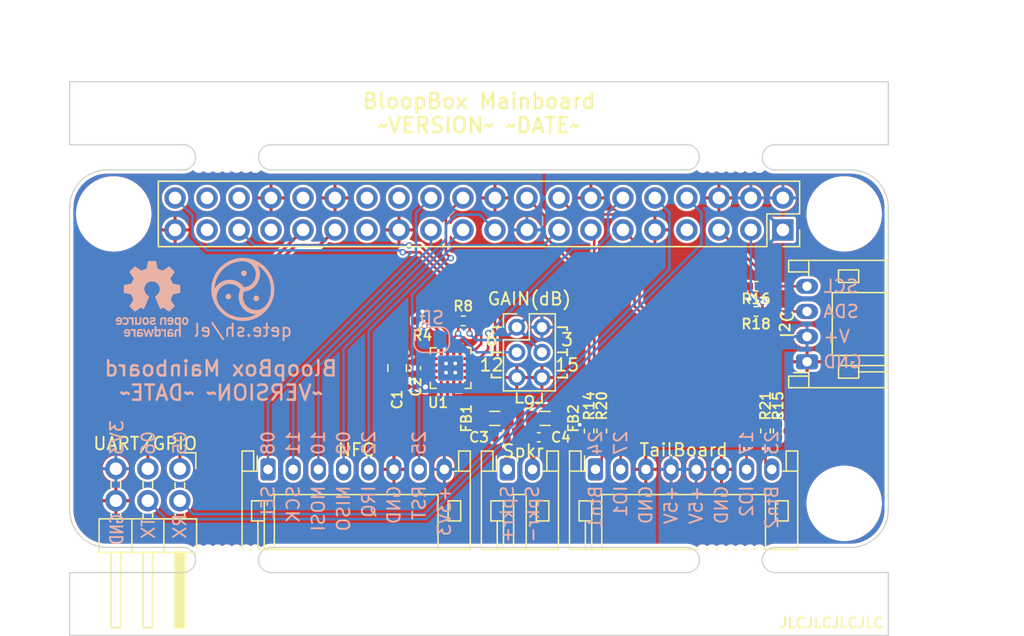
<source format=kicad_pcb>
(kicad_pcb (version 20240108) (generator "pcbnew") (generator_version "8.0")
  (title_block (title "BloopBox Mainboard") (date "${DATE}") (rev "${VERSION}") (company "Qetesh"))
  (layers (0 "F.Cu" signal) (31 "B.Cu" signal) (34 "B.Paste" user) (35 "F.Paste" user) (36 "B.SilkS" user "B.Silkscreen") (37 "F.SilkS" user "F.Silkscreen") (38 "B.Mask" user) (39 "F.Mask" user) (44 "Edge.Cuts" user))
  (property "DATE" "~DATE~")
  (property "VERSION" "~VERSION~")
  (net 0 "")
  (net 1 "/OUTP")
  (net 2 "/OUTN")
  (net 3 "+5V")
  (net 4 "+3V3")
  (net 6 "/TX")
  (net 7 "/RX")
  (net 8 "/Tail_IO1")
  (net 9 "/AMP_BCLK")
  (net 10 "/Tail_IO2")
  (net 11 "/Button1")
  (net 12 "/Button2")
  (net 17 "/AMP_LRCLK")
  (net 21 "/AMP_DIN")
  (net 22 "/SPKR-")
  (net 23 "/SPKR+")
  (net 24 "/GAIN")
  (net 25 "/SD_MODE")
  (net 26 "/SDA")
  (net 27 "/SCL")
  (net 28 "/Tail1")
  (net 29 "/GAINr")
  (net 30 "/Tail8")
  (net 35 "GND")
  (net 36 "/GPIO5")
  (net 37 "/GPIO6")
  (net 39 "/NFC_Select")
  (net 40 "/NFC_SCK")
  (net 41 "/NFC_RST")
  (net 42 "/NFC_MISO")
  (net 43 "/NFC_MOSI")
  (net 44 "/NFC_IRQ")
  (footprint "Connector_JST:JST_PH_S2B-PH-K_1x02_P2.00mm_Horizontal" (layer "F.Cu") (at 152.25 70.3)
    (property "Reference" "J2" (hide yes))
    (property "Value" "SPKR")
    (pad "1" thru_hole roundrect (at 0 0) (size 1.2 1.75) (drill 0.75) (layers "*.Cu" "*.Mask") (roundrect_rratio 0.208333) (net 23 "/SPKR+"))
    (pad "2" thru_hole oval (at 2 0) (size 1.2 1.75) (drill 0.75) (layers "*.Cu" "*.Mask") (net 22 "/SPKR-"))
  )
  (footprint "Panelization:mouse-bite-2x5mm-slot-onesided" (layer "F.Cu") (at 130 77.5)
    (property "Reference" "mouse-bite-2mm-slot" (hide yes))
    (property "Value" "VAL**" (hide yes))
    (fp_arc (start -3.5 -1) (mid -2.5 0) (end -3.5 1) (stroke (width 0.1)) (layer "Edge.Cuts"))
    (fp_arc (start 3.5 1) (mid 2.5 0) (end 3.5 -1) (stroke (width 0.1)) (layer "Edge.Cuts"))
    (pad "" np_thru_hole circle (at -2.25 -0.75) (size 0.5 0.5) (drill 0.5) (layers "*.Cu" "*.Mask"))
    (pad "" np_thru_hole circle (at -1.5 -0.75) (size 0.5 0.5) (drill 0.5) (layers "*.Cu" "*.Mask"))
    (pad "" np_thru_hole circle (at -0.75 -0.75) (size 0.5 0.5) (drill 0.5) (layers "*.Cu" "*.Mask"))
    (pad "" np_thru_hole circle (at 0 -0.75) (size 0.5 0.5) (drill 0.5) (layers "*.Cu" "*.Mask"))
    (pad "" np_thru_hole circle (at 0.75 -0.75) (size 0.5 0.5) (drill 0.5) (layers "*.Cu" "*.Mask"))
    (pad "" np_thru_hole circle (at 1.5 -0.75) (size 0.5 0.5) (drill 0.5) (layers "*.Cu" "*.Mask"))
    (pad "" np_thru_hole circle (at 2.25 -0.75) (size 0.5 0.5) (drill 0.5) (layers "*.Cu" "*.Mask"))
  )
  (footprint "Capacitor_SMD:C_0402_1005Metric" (layer "F.Cu") (at 145 62.25 90)
    (property "Reference" "C2" (at -1.5 0 90) (layer "F.SilkS") (effects (font (size 0.8 0.8))))
    (property "Value" "100nF")
    (pad "1" smd roundrect (at -0.48 0 90) (size 0.56 0.62) (layers "F.Cu" "F.Paste" "F.Mask") (net 3 "+5V"))
    (pad "2" smd roundrect (at 0.48 0 90) (size 0.56 0.62) (layers "F.Cu" "F.Paste" "F.Mask") (net 35 "GND"))
  )
  (footprint "Resistor_SMD:R_0402_1005Metric" (layer "F.Cu") (at 145.5 58.5 180)
    (property "Reference" "R4" (at 0 -1.17 180) (layer "F.SilkS") (effects (font (size 0.8 0.8))))
    (property "Value" "1M")
    (pad "1" smd roundrect (at -0.51 0 180) (size 0.54 0.64) (layers "F.Cu" "F.Paste" "F.Mask") (net 25 "/SD_MODE"))
    (pad "2" smd roundrect (at 0.51 0 180) (size 0.54 0.64) (layers "F.Cu" "F.Paste" "F.Mask") (net 3 "+5V"))
  )
  (footprint "Resistor_SMD:R_0402_1005Metric" (layer "F.Cu") (at 172.75 67.25 -90)
    (property "Reference" "R21" (at -2 0 90) (layer "F.SilkS") (effects (font (size 0.8 0.8))))
    (property "Value" "1k")
    (pad "1" smd roundrect (at -0.51 0 270) (size 0.54 0.64) (layers "F.Cu" "F.Paste" "F.Mask") (net 12 "/Button2"))
    (pad "2" smd roundrect (at 0.51 0 270) (size 0.54 0.64) (layers "F.Cu" "F.Paste" "F.Mask") (net 30 "/Tail8"))
  )
  (footprint "Panelization:mouse-bite-2x5mm-slot-onesided" (layer "F.Cu") (at 130 45.5 180)
    (property "Reference" "mouse-bite-2mm-slot" (hide yes))
    (property "Value" "VAL**" (hide yes))
    (fp_arc (start 3.5 1) (mid 2.5 0) (end 3.5 -1) (stroke (width 0.1)) (layer "Edge.Cuts"))
    (fp_arc (start -3.5 -1) (mid -2.5 0) (end -3.5 1) (stroke (width 0.1)) (layer "Edge.Cuts"))
    (pad "" np_thru_hole circle (at -2.25 -0.75 180) (size 0.5 0.5) (drill 0.5) (layers "*.Cu" "*.Mask"))
    (pad "" np_thru_hole circle (at -1.5 -0.75 180) (size 0.5 0.5) (drill 0.5) (layers "*.Cu" "*.Mask"))
    (pad "" np_thru_hole circle (at -0.75 -0.75 180) (size 0.5 0.5) (drill 0.5) (layers "*.Cu" "*.Mask"))
    (pad "" np_thru_hole circle (at 0 -0.75 180) (size 0.5 0.5) (drill 0.5) (layers "*.Cu" "*.Mask"))
    (pad "" np_thru_hole circle (at 0.75 -0.75 180) (size 0.5 0.5) (drill 0.5) (layers "*.Cu" "*.Mask"))
    (pad "" np_thru_hole circle (at 1.5 -0.75 180) (size 0.5 0.5) (drill 0.5) (layers "*.Cu" "*.Mask"))
    (pad "" np_thru_hole circle (at 2.25 -0.75 180) (size 0.5 0.5) (drill 0.5) (layers "*.Cu" "*.Mask"))
  )
  (footprint "Capacitor_SMD:C_0402_1005Metric" (layer "F.Cu") (at 154.75 67.75)
    (property "Reference" "C4" (at 1.75 0 0) (layer "F.SilkS") (effects (font (size 0.8 0.8))))
    (property "Value" "220p")
    (pad "1" smd roundrect (at -0.48 0) (size 0.56 0.62) (layers "F.Cu" "F.Paste" "F.Mask") (net 22 "/SPKR-"))
    (pad "2" smd roundrect (at 0.48 0) (size 0.56 0.62) (layers "F.Cu" "F.Paste" "F.Mask") (net 35 "GND"))
  )
  (footprint "Resistor_SMD:R_0402_1005Metric" (layer "F.Cu") (at 172 57.75 180)
    (property "Reference" "R18" (at 0 -1 0) (layer "F.SilkS") (effects (font (size 0.8 0.8))))
    (property "Value" "4k7")
    (pad "1" smd roundrect (at -0.51 0 180) (size 0.54 0.64) (layers "F.Cu" "F.Paste" "F.Mask") (net 26 "/SDA"))
    (pad "2" smd roundrect (at 0.51 0 180) (size 0.54 0.64) (layers "F.Cu" "F.Paste" "F.Mask") (net 4 "+3V3"))
  )
  (footprint "Capacitor_SMD:C_0402_1005Metric" (layer "F.Cu") (at 151.75 67.75 180)
    (property "Reference" "C3" (at 1.75 0 0) (layer "F.SilkS") (effects (font (size 0.8 0.8))))
    (property "Value" "220p")
    (pad "1" smd roundrect (at -0.48 0 180) (size 0.56 0.62) (layers "F.Cu" "F.Paste" "F.Mask") (net 23 "/SPKR+"))
    (pad "2" smd roundrect (at 0.48 0 180) (size 0.56 0.62) (layers "F.Cu" "F.Paste" "F.Mask") (net 35 "GND"))
  )
  (footprint "Connector_JST:JST_PH_S4B-PH-K_1x04_P2.00mm_Horizontal" (layer "F.Cu") (at 176.05 61.75 90)
    (property "Reference" "J4" (hide yes))
    (property "Value" "I2C")
    (pad "1" thru_hole roundrect (at 0 0 90) (size 1.2 1.75) (drill 0.75) (layers "*.Cu" "*.Mask") (roundrect_rratio 0.208333) (net 35 "GND"))
    (pad "2" thru_hole oval (at 2 0 90) (size 1.2 1.75) (drill 0.75) (layers "*.Cu" "*.Mask") (net 4 "+3V3"))
    (pad "3" thru_hole oval (at 4 0 90) (size 1.2 1.75) (drill 0.75) (layers "*.Cu" "*.Mask") (net 26 "/SDA"))
    (pad "4" thru_hole oval (at 6 0 90) (size 1.2 1.75) (drill 0.75) (layers "*.Cu" "*.Mask") (net 27 "/SCL"))
  )
  (footprint "Connector_PinHeader_2.54mm:PinHeader_2x03_P2.54mm_Horizontal" (layer "F.Cu") (at 126.25 70.25 -90)
    (property "Reference" "J6" (hide yes))
    (property "Value" "GPIO")
    (pad "1" thru_hole circle (at 0 0 270) (size 1.7 1.7) (drill 1) (layers "*.Cu" "*.Mask") (net 36 "/GPIO5"))
    (pad "2" thru_hole oval (at 2.54 0 270) (size 1.7 1.7) (drill 1) (layers "*.Cu" "*.Mask") (net 7 "/RX"))
    (pad "3" thru_hole oval (at 0 2.54 270) (size 1.7 1.7) (drill 1) (layers "*.Cu" "*.Mask") (net 37 "/GPIO6"))
    (pad "4" thru_hole oval (at 2.54 2.54 270) (size 1.7 1.7) (drill 1) (layers "*.Cu" "*.Mask") (net 6 "/TX"))
    (pad "5" thru_hole oval (at 0 5.08 270) (size 1.7 1.7) (drill 1) (layers "*.Cu" "*.Mask") (net 4 "+3V3"))
    (pad "6" thru_hole oval (at 2.54 5.08 270) (size 1.7 1.7) (drill 1) (layers "*.Cu" "*.Mask") (net 35 "GND"))
  )
  (footprint "Resistor_SMD:R_0402_1005Metric" (layer "F.Cu") (at 158.75 67.25 90)
    (property "Reference" "R14" (at 2 0 90) (layer "F.SilkS") (effects (font (size 0.8 0.8))))
    (property "Value" "10k")
    (pad "1" smd roundrect (at -0.51 0 90) (size 0.54 0.64) (layers "F.Cu" "F.Paste" "F.Mask") (net 28 "/Tail1"))
    (pad "2" smd roundrect (at 0.51 0 90) (size 0.54 0.64) (layers "F.Cu" "F.Paste" "F.Mask") (net 4 "+3V3"))
  )
  (footprint "My_Footprints:JLCPCB_Tooling_Hole" (layer "F.Cu") (at 120 42)
    (property "Reference" "REF**" (hide yes))
    (property "Value" "JLCPCB_Tooling_Hole")
    (pad "" np_thru_hole circle (at 0 0) (size 1.152 1.152) (drill 1.152) (layers "F&B.Cu" "*.Mask") (clearance 0.248))
  )
  (footprint "Connector_JST:JST_PH_S8B-PH-K_1x08_P2.00mm_Horizontal" (layer "F.Cu") (at 159.25 70.3)
    (property "Reference" "J7" (hide yes))
    (property "Value" "TailBoard")
    (pad "1" thru_hole roundrect (at 0 0) (size 1.2 1.75) (drill 0.75) (layers "*.Cu" "*.Mask") (roundrect_rratio 0.208333) (net 28 "/Tail1"))
    (pad "2" thru_hole oval (at 2 0) (size 1.2 1.75) (drill 0.75) (layers "*.Cu" "*.Mask") (net 8 "/Tail_IO1"))
    (pad "3" thru_hole oval (at 4 0) (size 1.2 1.75) (drill 0.75) (layers "*.Cu" "*.Mask") (net 35 "GND"))
    (pad "4" thru_hole oval (at 6 0) (size 1.2 1.75) (drill 0.75) (layers "*.Cu" "*.Mask") (net 3 "+5V"))
    (pad "5" thru_hole oval (at 8 0) (size 1.2 1.75) (drill 0.75) (layers "*.Cu" "*.Mask") (net 3 "+5V"))
    (pad "6" thru_hole oval (at 10 0) (size 1.2 1.75) (drill 0.75) (layers "*.Cu" "*.Mask") (net 35 "GND"))
    (pad "7" thru_hole oval (at 12 0) (size 1.2 1.75) (drill 0.75) (layers "*.Cu" "*.Mask") (net 10 "/Tail_IO2"))
    (pad "8" thru_hole oval (at 14 0) (size 1.2 1.75) (drill 0.75) (layers "*.Cu" "*.Mask") (net 30 "/Tail8"))
  )
  (footprint "My_Footprints:JLCPCB_Tooling_Hole" (layer "F.Cu") (at 180 42)
    (property "Reference" "REF**" (hide yes))
    (property "Value" "JLCPCB_Tooling_Hole")
    (pad "" np_thru_hole circle (at 0 0) (size 1.152 1.152) (drill 1.152) (layers "F&B.Cu" "*.Mask") (clearance 0.248))
  )
  (footprint "Package_DFN_QFN:TQFN-16-1EP_3x3mm_P0.5mm_EP1.23x1.23mm_ThermalVias" (layer "F.Cu") (at 147.75 62.25 -90)
    (property "Reference" "U1" (at 2.75 1 180) (layer "F.SilkS") (effects (font (size 0.8 0.8))))
    (property "Value" "MAX98357")
    (pad "1" smd roundrect (at -1.4375 -0.75 270) (size 0.825 0.25) (layers "F.Cu" "F.Paste" "F.Mask") (net 21 "/AMP_DIN"))
    (pad "2" smd roundrect (at -1.4375 -0.25 270) (size 0.825 0.25) (layers "F.Cu" "F.Paste" "F.Mask") (net 24 "/GAIN"))
    (pad "3" smd roundrect (at -1.4375 0.25 270) (size 0.825 0.25) (layers "F.Cu" "F.Paste" "F.Mask") (net 35 "GND"))
    (pad "4" smd roundrect (at -1.4375 0.75 270) (size 0.825 0.25) (layers "F.Cu" "F.Paste" "F.Mask") (net 25 "/SD_MODE"))
    (pad "5" smd roundrect (at -0.75 1.4375 270) (size 0.25 0.825) (layers "F.Cu" "F.Paste" "F.Mask"))
    (pad "6" smd roundrect (at -0.25 1.4375 270) (size 0.25 0.825) (layers "F.Cu" "F.Paste" "F.Mask"))
    (pad "7" smd roundrect (at 0.25 1.4375 270) (size 0.25 0.825) (layers "F.Cu" "F.Paste" "F.Mask") (net 3 "+5V"))
    (pad "8" smd roundrect (at 0.75 1.4375 270) (size 0.25 0.825) (layers "F.Cu" "F.Paste" "F.Mask") (net 3 "+5V"))
    (pad "9" smd roundrect (at 1.4375 0.75 270) (size 0.825 0.25) (layers "F.Cu" "F.Paste" "F.Mask") (net 1 "/OUTP"))
    (pad "10" smd roundrect (at 1.4375 0.25 270) (size 0.825 0.25) (layers "F.Cu" "F.Paste" "F.Mask") (net 2 "/OUTN"))
    (pad "11" smd roundrect (at 1.4375 -0.25 270) (size 0.825 0.25) (layers "F.Cu" "F.Paste" "F.Mask") (net 35 "GND"))
    (pad "12" smd roundrect (at 1.4375 -0.75 270) (size 0.825 0.25) (layers "F.Cu" "F.Paste" "F.Mask"))
    (pad "13" smd roundrect (at 0.75 -1.4375 270) (size 0.25 0.825) (layers "F.Cu" "F.Paste" "F.Mask"))
    (pad "14" smd roundrect (at 0.25 -1.4375 270) (size 0.25 0.825) (layers "F.Cu" "F.Paste" "F.Mask") (net 17 "/AMP_LRCLK"))
    (pad "15" smd roundrect (at -0.25 -1.4375 270) (size 0.25 0.825) (layers "F.Cu" "F.Paste" "F.Mask") (net 35 "GND"))
    (pad "16" smd roundrect (at -0.75 -1.4375 270) (size 0.25 0.825) (layers "F.Cu" "F.Paste" "F.Mask") (net 9 "/AMP_BCLK"))
    (pad "17" thru_hole circle (at -0.365 -0.365 270) (size 0.5 0.5) (drill 0.3) (layers "*.Cu") (net 35 "GND"))
    (pad "17" thru_hole circle (at -0.365 0.365 270) (size 0.5 0.5) (drill 0.3) (layers "*.Cu") (net 35 "GND"))
    (pad "17" smd rect (at 0 0 270) (size 1.23 1.23) (layers "F.Cu" "F.Mask") (net 35 "GND"))
    (pad "17" smd rect (at 0 0 270) (size 1.23 1.23) (layers "B.Cu") (net 35 "GND"))
    (pad "17" thru_hole circle (at 0.365 -0.365 270) (size 0.5 0.5) (drill 0.3) (layers "*.Cu") (net 35 "GND"))
    (pad "17" thru_hole circle (at 0.365 0.365 270) (size 0.5 0.5) (drill 0.3) (layers "*.Cu") (net 35 "GND"))
  )
  (footprint "My_Footprints:JLCPCB_Tooling_Hole" (layer "F.Cu") (at 180 81)
    (property "Reference" "REF**" (hide yes))
    (property "Value" "JLCPCB_Tooling_Hole")
    (pad "" np_thru_hole circle (at 0 0) (size 1.152 1.152) (drill 1.152) (layers "F&B.Cu" "*.Mask") (clearance 0.248))
  )
  (footprint "Resistor_SMD:R_0402_1005Metric" (layer "F.Cu") (at 173.75 67.25 90)
    (property "Reference" "R15" (at 2 0 90) (layer "F.SilkS") (effects (font (size 0.8 0.8))))
    (property "Value" "10k")
    (pad "1" smd roundrect (at -0.51 0 90) (size 0.54 0.64) (layers "F.Cu" "F.Paste" "F.Mask") (net 30 "/Tail8"))
    (pad "2" smd roundrect (at 0.51 0 90) (size 0.54 0.64) (layers "F.Cu" "F.Paste" "F.Mask") (net 4 "+3V3"))
  )
  (footprint "Panelization:mouse-bite-2x5mm-slot-onesided" (layer "F.Cu") (at 170 77.5)
    (property "Reference" "mouse-bite-2mm-slot" (hide yes))
    (property "Value" "VAL**" (hide yes))
    (fp_arc (start -3.5 -1) (mid -2.5 0) (end -3.5 1) (stroke (width 0.1)) (layer "Edge.Cuts"))
    (fp_arc (start 3.5 1) (mid 2.5 0) (end 3.5 -1) (stroke (width 0.1)) (layer "Edge.Cuts"))
    (pad "" np_thru_hole circle (at -2.25 -0.75) (size 0.5 0.5) (drill 0.5) (layers "*.Cu" "*.Mask"))
    (pad "" np_thru_hole circle (at -1.5 -0.75) (size 0.5 0.5) (drill 0.5) (layers "*.Cu" "*.Mask"))
    (pad "" np_thru_hole circle (at -0.75 -0.75) (size 0.5 0.5) (drill 0.5) (layers "*.Cu" "*.Mask"))
    (pad "" np_thru_hole circle (at 0 -0.75) (size 0.5 0.5) (drill 0.5) (layers "*.Cu" "*.Mask"))
    (pad "" np_thru_hole circle (at 0.75 -0.75) (size 0.5 0.5) (drill 0.5) (layers "*.Cu" "*.Mask"))
    (pad "" np_thru_hole circle (at 1.5 -0.75) (size 0.5 0.5) (drill 0.5) (layers "*.Cu" "*.Mask"))
    (pad "" np_thru_hole circle (at 2.25 -0.75) (size 0.5 0.5) (drill 0.5) (layers "*.Cu" "*.Mask"))
  )
  (footprint "Inductor_SMD:L_0805_2012Metric" (layer "F.Cu") (at 155.25 66.25 180)
    (property "Reference" "FB2" (at -2.25 0 90) (layer "F.SilkS") (effects (font (size 0.8 0.8))))
    (property "Value" "Ferrite")
    (pad "1" smd roundrect (at -1.0625 0 180) (size 0.875 1.2) (layers "F.Cu" "F.Paste" "F.Mask") (net 2 "/OUTN"))
    (pad "2" smd roundrect (at 1.0625 0 180) (size 0.875 1.2) (layers "F.Cu" "F.Paste" "F.Mask") (net 22 "/SPKR-"))
  )
  (footprint "My_Footprints:JLCPCB_Tooling_Hole" (layer "F.Cu") (at 120 81)
    (property "Reference" "REF**" (hide yes))
    (property "Value" "JLCPCB_Tooling_Hole")
    (pad "" np_thru_hole circle (at 0 0) (size 1.152 1.152) (drill 1.152) (layers "F&B.Cu" "*.Mask") (clearance 0.248))
  )
  (footprint "Connector_PinHeader_2.00mm:PinHeader_2x03_P2.00mm_Vertical" (layer "F.Cu") (at 153 59)
    (property "Reference" "JP2" (hide yes))
    (property "Value" "Gain")
    (pad "1" thru_hole circle (at 0 0) (size 1.35 1.35) (drill 0.8) (layers "*.Cu" "*.Mask") (net 3 "+5V"))
    (pad "2" thru_hole oval (at 2 0) (size 1.35 1.35) (drill 0.8) (layers "*.Cu" "*.Mask") (net 3 "+5V"))
    (pad "3" thru_hole oval (at 0 2) (size 1.35 1.35) (drill 0.8) (layers "*.Cu" "*.Mask") (net 24 "/GAIN"))
    (pad "4" thru_hole oval (at 2 2) (size 1.35 1.35) (drill 0.8) (layers "*.Cu" "*.Mask") (net 29 "/GAINr"))
    (pad "5" thru_hole oval (at 0 4) (size 1.35 1.35) (drill 0.8) (layers "*.Cu" "*.Mask") (net 35 "GND"))
    (pad "6" thru_hole oval (at 2 4) (size 1.35 1.35) (drill 0.8) (layers "*.Cu" "*.Mask") (net 35 "GND"))
  )
  (footprint "Resistor_SMD:R_0402_1005Metric" (layer "F.Cu") (at 148.75 58.5)
    (property "Reference" "R8" (at 0 -1.17 0) (layer "F.SilkS") (effects (font (size 0.8 0.8))))
    (property "Value" "100k")
    (pad "1" smd roundrect (at -0.51 0) (size 0.54 0.64) (layers "F.Cu" "F.Paste" "F.Mask") (net 24 "/GAIN"))
    (pad "2" smd roundrect (at 0.51 0) (size 0.54 0.64) (layers "F.Cu" "F.Paste" "F.Mask") (net 29 "/GAINr"))
  )
  (footprint "Inductor_SMD:L_0805_2012Metric" (layer "F.Cu") (at 151.25 66.25)
    (property "Reference" "FB1" (at -2.25 0 90) (layer "F.SilkS") (effects (font (size 0.8 0.8))))
    (property "Value" "Ferrite")
    (pad "1" smd roundrect (at -1.0625 0) (size 0.875 1.2) (layers "F.Cu" "F.Paste" "F.Mask") (net 1 "/OUTP"))
    (pad "2" smd roundrect (at 1.0625 0) (size 0.875 1.2) (layers "F.Cu" "F.Paste" "F.Mask") (net 23 "/SPKR+"))
  )
  (footprint "Connector_JST:JST_PH_S8B-PH-K_1x08_P2.00mm_Horizontal" (layer "F.Cu") (at 133.25 70.3)
    (property "Reference" "J5" (hide yes))
    (property "Value" "NFC-Module")
    (pad "1" thru_hole roundrect (at 0 0) (size 1.2 1.75) (drill 0.75) (layers "*.Cu" "*.Mask") (roundrect_rratio 0.208333) (net 39 "/NFC_Select"))
    (pad "2" thru_hole oval (at 2 0) (size 1.2 1.75) (drill 0.75) (layers "*.Cu" "*.Mask") (net 40 "/NFC_SCK"))
    (pad "3" thru_hole oval (at 4 0) (size 1.2 1.75) (drill 0.75) (layers "*.Cu" "*.Mask") (net 43 "/NFC_MOSI"))
    (pad "4" thru_hole oval (at 6 0) (size 1.2 1.75) (drill 0.75) (layers "*.Cu" "*.Mask") (net 42 "/NFC_MISO"))
    (pad "5" thru_hole oval (at 8 0) (size 1.2 1.75) (drill 0.75) (layers "*.Cu" "*.Mask") (net 44 "/NFC_IRQ"))
    (pad "6" thru_hole oval (at 10 0) (size 1.2 1.75) (drill 0.75) (layers "*.Cu" "*.Mask") (net 35 "GND"))
    (pad "7" thru_hole oval (at 12 0) (size 1.2 1.75) (drill 0.75) (layers "*.Cu" "*.Mask") (net 41 "/NFC_RST"))
    (pad "8" thru_hole oval (at 14 0) (size 1.2 1.75) (drill 0.75) (layers "*.Cu" "*.Mask") (net 4 "+3V3"))
  )
  (footprint "Resistor_SMD:R_0402_1005Metric" (layer "F.Cu") (at 172 55.75 180)
    (property "Reference" "R16" (at 0 -1 0) (layer "F.SilkS") (effects (font (size 0.8 0.8))))
    (property "Value" "4k7")
    (pad "1" smd roundrect (at -0.51 0 180) (size 0.54 0.64) (layers "F.Cu" "F.Paste" "F.Mask") (net 27 "/SCL"))
    (pad "2" smd roundrect (at 0.51 0 180) (size 0.54 0.64) (layers "F.Cu" "F.Paste" "F.Mask") (net 4 "+3V3"))
  )
  (footprint "Module:Raspberry_Pi_Zero_Socketed_THT_FaceDown_MountingHoles" (layer "F.Cu") (at 150 50 -90)
    (property "Reference" "J3" (hide yes))
    (property "Value" "Raspberry_Pi")
    (pad "" np_thru_hole circle (at 0 -29) (size 2.75 2.75) (drill 2.75) (layers "F&B.Cu" "*.Mask") (clearance 1.625))
    (pad "" np_thru_hole circle (at 0 29) (size 2.75 2.75) (drill 2.75) (layers "F&B.Cu" "*.Mask") (clearance 1.625))
    (pad "" np_thru_hole circle (at 23 -29) (size 2.75 2.75) (drill 2.75) (layers "F&B.Cu" "*.Mask") (clearance 1.625))
    (pad "1" thru_hole rect (at 1.27 -24.13 270) (size 1.7 1.7) (drill 1) (layers "*.Cu" "*.Mask") (net 4 "+3V3"))
    (pad "2" thru_hole oval (at -1.27 -24.13 270) (size 1.7 1.7) (drill 1) (layers "*.Cu" "*.Mask") (net 3 "+5V"))
    (pad "3" thru_hole oval (at 1.27 -21.59 270) (size 1.7 1.7) (drill 1) (layers "*.Cu" "*.Mask") (net 26 "/SDA"))
    (pad "4" thru_hole oval (at -1.27 -21.59 270) (size 1.7 1.7) (drill 1) (layers "*.Cu" "*.Mask") (net 3 "+5V"))
    (pad "5" thru_hole oval (at 1.27 -19.05 270) (size 1.7 1.7) (drill 1) (layers "*.Cu" "*.Mask") (net 27 "/SCL"))
    (pad "6" thru_hole oval (at -1.27 -19.05 270) (size 1.7 1.7) (drill 1) (layers "*.Cu" "*.Mask") (net 35 "GND"))
    (pad "7" thru_hole oval (at 1.27 -16.51 270) (size 1.7 1.7) (drill 1) (layers "*.Cu" "*.Mask"))
    (pad "8" thru_hole oval (at -1.27 -16.51 270) (size 1.7 1.7) (drill 1) (layers "*.Cu" "*.Mask") (net 6 "/TX"))
    (pad "9" thru_hole oval (at 1.27 -13.97 270) (size 1.7 1.7) (drill 1) (layers "*.Cu" "*.Mask") (net 35 "GND"))
    (pad "10" thru_hole oval (at -1.27 -13.97 270) (size 1.7 1.7) (drill 1) (layers "*.Cu" "*.Mask") (net 7 "/RX"))
    (pad "11" thru_hole oval (at 1.27 -11.43 270) (size 1.7 1.7) (drill 1) (layers "*.Cu" "*.Mask") (net 10 "/Tail_IO2"))
    (pad "12" thru_hole oval (at -1.27 -11.43 270) (size 1.7 1.7) (drill 1) (layers "*.Cu" "*.Mask") (net 9 "/AMP_BCLK"))
    (pad "13" thru_hole oval (at 1.27 -8.89 270) (size 1.7 1.7) (drill 1) (layers "*.Cu" "*.Mask") (net 8 "/Tail_IO1"))
    (pad "14" thru_hole oval (at -1.27 -8.89 270) (size 1.7 1.7) (drill 1) (layers "*.Cu" "*.Mask") (net 35 "GND"))
    (pad "15" thru_hole oval (at 1.27 -6.35 270) (size 1.7 1.7) (drill 1) (layers "*.Cu" "*.Mask") (net 44 "/NFC_IRQ"))
    (pad "16" thru_hole oval (at -1.27 -6.35 270) (size 1.7 1.7) (drill 1) (layers "*.Cu" "*.Mask") (net 12 "/Button2"))
    (pad "17" thru_hole oval (at 1.27 -3.81 270) (size 1.7 1.7) (drill 1) (layers "*.Cu" "*.Mask") (net 4 "+3V3"))
    (pad "18" thru_hole oval (at -1.27 -3.81 270) (size 1.7 1.7) (drill 1) (layers "*.Cu" "*.Mask") (net 11 "/Button1"))
    (pad "19" thru_hole oval (at 1.27 -1.27 270) (size 1.7 1.7) (drill 1) (layers "*.Cu" "*.Mask") (net 43 "/NFC_MOSI"))
    (pad "20" thru_hole oval (at -1.27 -1.27 270) (size 1.7 1.7) (drill 1) (layers "*.Cu" "*.Mask") (net 35 "GND"))
    (pad "21" thru_hole oval (at 1.27 1.27 270) (size 1.7 1.7) (drill 1) (layers "*.Cu" "*.Mask") (net 42 "/NFC_MISO"))
    (pad "22" thru_hole oval (at -1.27 1.27 270) (size 1.7 1.7) (drill 1) (layers "*.Cu" "*.Mask") (net 41 "/NFC_RST"))
    (pad "23" thru_hole oval (at 1.27 3.81 270) (size 1.7 1.7) (drill 1) (layers "*.Cu" "*.Mask") (net 40 "/NFC_SCK"))
    (pad "24" thru_hole oval (at -1.27 3.81 270) (size 1.7 1.7) (drill 1) (layers "*.Cu" "*.Mask") (net 39 "/NFC_Select"))
    (pad "25" thru_hole oval (at 1.27 6.35 270) (size 1.7 1.7) (drill 1) (layers "*.Cu" "*.Mask") (net 35 "GND"))
    (pad "26" thru_hole oval (at -1.27 6.35 270) (size 1.7 1.7) (drill 1) (layers "*.Cu" "*.Mask"))
    (pad "27" thru_hole oval (at 1.27 8.89 270) (size 1.7 1.7) (drill 1) (layers "*.Cu" "*.Mask"))
    (pad "28" thru_hole oval (at -1.27 8.89 270) (size 1.7 1.7) (drill 1) (layers "*.Cu" "*.Mask"))
    (pad "29" thru_hole oval (at 1.27 11.43 270) (size 1.7 1.7) (drill 1) (layers "*.Cu" "*.Mask") (net 36 "/GPIO5"))
    (pad "30" thru_hole oval (at -1.27 11.43 270) (size 1.7 1.7) (drill 1) (layers "*.Cu" "*.Mask") (net 35 "GND"))
    (pad "31" thru_hole oval (at 1.27 13.97 270) (size 1.7 1.7) (drill 1) (layers "*.Cu" "*.Mask") (net 37 "/GPIO6"))
    (pad "32" thru_hole oval (at -1.27 13.97 270) (size 1.7 1.7) (drill 1) (layers "*.Cu" "*.Mask"))
    (pad "33" thru_hole oval (at 1.27 16.51 270) (size 1.7 1.7) (drill 1) (layers "*.Cu" "*.Mask"))
    (pad "34" thru_hole oval (at -1.27 16.51 270) (size 1.7 1.7) (drill 1) (layers "*.Cu" "*.Mask") (net 35 "GND"))
    (pad "35" thru_hole oval (at 1.27 19.05 270) (size 1.7 1.7) (drill 1) (layers "*.Cu" "*.Mask") (net 17 "/AMP_LRCLK"))
    (pad "36" thru_hole oval (at -1.27 19.05 270) (size 1.7 1.7) (drill 1) (layers "*.Cu" "*.Mask"))
    (pad "37" thru_hole oval (at 1.27 21.59 270) (size 1.7 1.7) (drill 1) (layers "*.Cu" "*.Mask"))
    (pad "38" thru_hole oval (at -1.27 21.59 270) (size 1.7 1.7) (drill 1) (layers "*.Cu" "*.Mask"))
    (pad "39" thru_hole oval (at 1.27 24.13 270) (size 1.7 1.7) (drill 1) (layers "*.Cu" "*.Mask") (net 35 "GND"))
    (pad "40" thru_hole oval (at -1.27 24.13 270) (size 1.7 1.7) (drill 1) (layers "*.Cu" "*.Mask") (net 21 "/AMP_DIN"))
  )
  (footprint "Resistor_SMD:R_0402_1005Metric" (layer "F.Cu") (at 159.75 67.25 -90)
    (property "Reference" "R20" (at -2 0 90) (layer "F.SilkS") (effects (font (size 0.8 0.8))))
    (property "Value" "1k")
    (pad "1" smd roundrect (at -0.51 0 270) (size 0.54 0.64) (layers "F.Cu" "F.Paste" "F.Mask") (net 11 "/Button1"))
    (pad "2" smd roundrect (at 0.51 0 270) (size 0.54 0.64) (layers "F.Cu" "F.Paste" "F.Mask") (net 28 "/Tail1"))
  )
  (footprint "Panelization:mouse-bite-2x5mm-slot-onesided" (layer "F.Cu") (at 170 45.5 180)
    (property "Reference" "mouse-bite-2mm-slot" (hide yes))
    (property "Value" "VAL**" (hide yes))
    (fp_arc (start 3.5 1) (mid 2.5 0) (end 3.5 -1) (stroke (width 0.1)) (layer "Edge.Cuts"))
    (fp_arc (start -3.5 -1) (mid -2.5 0) (end -3.5 1) (stroke (width 0.1)) (layer "Edge.Cuts"))
    (pad "" np_thru_hole circle (at -2.25 -0.75 180) (size 0.5 0.5) (drill 0.5) (layers "*.Cu" "*.Mask"))
    (pad "" np_thru_hole circle (at -1.5 -0.75 180) (size 0.5 0.5) (drill 0.5) (layers "*.Cu" "*.Mask"))
    (pad "" np_thru_hole circle (at -0.75 -0.75 180) (size 0.5 0.5) (drill 0.5) (layers "*.Cu" "*.Mask"))
    (pad "" np_thru_hole circle (at 0 -0.75 180) (size 0.5 0.5) (drill 0.5) (layers "*.Cu" "*.Mask"))
    (pad "" np_thru_hole circle (at 0.75 -0.75 180) (size 0.5 0.5) (drill 0.5) (layers "*.Cu" "*.Mask"))
    (pad "" np_thru_hole circle (at 1.5 -0.75 180) (size 0.5 0.5) (drill 0.5) (layers "*.Cu" "*.Mask"))
    (pad "" np_thru_hole circle (at 2.25 -0.75 180) (size 0.5 0.5) (drill 0.5) (layers "*.Cu" "*.Mask"))
  )
  (footprint "Capacitor_SMD:C_0805_2012Metric" (layer "F.Cu") (at 143.5 62.25 90)
    (property "Reference" "C1" (at -2.5 0 90) (layer "F.SilkS") (effects (font (size 0.8 0.8))))
    (property "Value" "10uF")
    (pad "1" smd roundrect (at -0.95 0 90) (size 1 1.45) (layers "F.Cu" "F.Paste" "F.Mask") (net 3 "+5V"))
    (pad "2" smd roundrect (at 0.95 0 90) (size 1 1.45) (layers "F.Cu" "F.Paste" "F.Mask") (net 35 "GND"))
  )
  (footprint "Jumper:SolderJumper-2_P1.3mm_Open_RoundedPad1.0x1.5mm" (layer "B.Cu") (at 146.25 60 180)
    (property "Reference" "JP1" (hide yes))
    (property "Value" "LeftOnly")
    (pad "1" smd custom (at -0.65 0 180) (size 1 0.5) (layers "B.Cu" "B.Mask") (net 3 "+5V") (options (clearance outline) (anchor rect)) (primitives (gr_circle (center 0 -0.25) (end 0.5 -0.25) (width 0) (fill yes)) (gr_circle (center 0 0.25) (end 0.5 0.25) (width 0) (fill yes)) (gr_poly (pts (xy 0.5 -0.75) (xy 0 -0.75) (xy 0 0.75) (xy 0.5 0.75)) (width 0) (fill yes))))
    (pad "2" smd custom (at 0.65 0 180) (size 1 0.5) (layers "B.Cu" "B.Mask") (net 25 "/SD_MODE") (options (clearance outline) (anchor rect)) (primitives (gr_circle (center 0 -0.25) (end 0.5 -0.25) (width 0) (fill yes)) (gr_circle (center 0 0.25) (end 0.5 0.25) (width 0) (fill yes)) (gr_poly (pts (xy 0 -0.75) (xy -0.5 -0.75) (xy -0.5 0.75) (xy 0 0.75)) (width 0) (fill yes))))
  )
  (footprint "Symbol:OSHW-Logo_5.7x6mm_SilkScreen" (layer "B.Cu") (at 124.05 56.75 180)
    (property "Reference" "REF**" (hide yes))
    (property "Value" "OSHW-Logo_5.7x6mm_SilkScreen" (hide yes))
  )
  (footprint "My_Footprints:CutieMark5mmInverted" (layer "B.Cu") (at 131.25 56 180)
    (property "Reference" "G***" (hide yes))
    (property "Value" "LOGO" (hide yes))
  )
  (gr_line (start 157 61) (end 156.25 61) (stroke (width 0.15)) (layer "F.SilkS"))
  (gr_line (start 151 59) (end 151 59.25) (stroke (width 0.15)) (layer "F.SilkS"))
  (gr_line (start 153 65) (end 153 64.25) (stroke (width 0.15)) (layer "F.SilkS"))
  (gr_line (start 151 61) (end 151.75 61) (stroke (width 0.15)) (layer "F.SilkS"))
  (gr_line (start 154.5 65) (end 155 65) (stroke (width 0.15)) (layer "F.SilkS"))
  (gr_line (start 151 63) (end 151.75 63) (stroke (width 0.15)) (layer "F.SilkS"))
  (gr_line (start 153.5 65) (end 153 65) (stroke (width 0.15)) (layer "F.SilkS"))
  (gr_line (start 155 65) (end 155 64.25) (stroke (width 0.15)) (layer "F.SilkS"))
  (gr_line (start 157 60.75) (end 157 61.25) (stroke (width 0.15)) (layer "F.SilkS"))
  (gr_line (start 157 63) (end 156.25 63) (stroke (width 0.15)) (layer "F.SilkS"))
  (gr_line (start 156.25 59) (end 157 59) (stroke (width 0.15)) (layer "F.SilkS"))
  (gr_line (start 151 59) (end 151.75 59) (stroke (width 0.15)) (layer "F.SilkS"))
  (gr_line (start 157 59) (end 157 59.25) (stroke (width 0.15)) (layer "F.SilkS"))
  (gr_line (start 157 62.75) (end 157 63) (stroke (width 0.15)) (layer "F.SilkS"))
  (gr_line (start 151 62.75) (end 151 63) (stroke (width 0.15)) (layer "F.SilkS"))
  (gr_line (start 151 61.25) (end 151 61) (stroke (width 0.15)) (layer "F.SilkS"))
  (gr_line (start 151 60.75) (end 151 61) (stroke (width 0.15)) (layer "F.SilkS"))
  (gr_line (start 126.5 44.5) (end 117.5 44.5) (stroke (width 0.1)) (layer "Edge.Cuts"))
  (gr_line (start 117.5 39.5) (end 182.5 39.5) (stroke (width 0.1)) (layer "Edge.Cuts"))
  (gr_line (start 173.5 76.5) (end 179.5 76.5) (stroke (width 0.1)) (layer "Edge.Cuts"))
  (gr_line (start 166.5 44.5) (end 133.5 44.5) (stroke (width 0.1)) (layer "Edge.Cuts"))
  (gr_line (start 182.5 49.5) (end 182.5 73.5) (stroke (width 0.1)) (layer "Edge.Cuts"))
  (gr_arc (start 117.5 49.5) (mid 118.37868 47.37868) (end 120.5 46.5) (stroke (width 0.1)) (layer "Edge.Cuts"))
  (gr_line (start 182.5 83.5) (end 117.5 83.5) (stroke (width 0.1)) (layer "Edge.Cuts"))
  (gr_line (start 166.5 76.5) (end 133.5 76.5) (stroke (width 0.1)) (layer "Edge.Cuts"))
  (gr_line (start 173.5 46.5) (end 179.5 46.5) (stroke (width 0.1)) (layer "Edge.Cuts"))
  (gr_line (start 173.5 78.5) (end 182.5 78.5) (stroke (width 0.1)) (layer "Edge.Cuts"))
  (gr_line (start 182.5 39.5) (end 182.5 44.5) (stroke (width 0.1)) (layer "Edge.Cuts"))
  (gr_line (start 117.5 73.5) (end 117.5 49.5) (stroke (width 0.1)) (layer "Edge.Cuts"))
  (gr_line (start 126.5 46.5) (end 120.5 46.5) (stroke (width 0.1)) (layer "Edge.Cuts"))
  (gr_line (start 133.5 46.5) (end 166.5 46.5) (stroke (width 0.1)) (layer "Edge.Cuts"))
  (gr_arc (start 179.5 46.5) (mid 181.62132 47.37868) (end 182.5 49.5) (stroke (width 0.1)) (layer "Edge.Cuts"))
  (gr_line (start 117.5 78.5) (end 126.5 78.5) (stroke (width 0.1)) (layer "Edge.Cuts"))
  (gr_line (start 133.5 78.5) (end 166.5 78.5) (stroke (width 0.1)) (layer "Edge.Cuts"))
  (gr_line (start 182.5 78.5) (end 182.5 83.5) (stroke (width 0.1)) (layer "Edge.Cuts"))
  (gr_line (start 117.5 44.5) (end 117.5 39.5) (stroke (width 0.1)) (layer "Edge.Cuts"))
  (gr_line (start 126.5 76.5) (end 120.5 76.5) (stroke (width 0.1)) (layer "Edge.Cuts"))
  (gr_arc (start 182.5 73.5) (mid 181.62132 75.62132) (end 179.5 76.5) (stroke (width 0.1)) (layer "Edge.Cuts"))
  (gr_line (start 182.5 44.5) (end 173.5 44.5) (stroke (width 0.1)) (layer "Edge.Cuts"))
  (gr_line (start 117.5 83.5) (end 117.5 78.5) (stroke (width 0.1)) (layer "Edge.Cuts"))
  (gr_arc (start 120.5 76.5) (mid 118.37868 75.62132) (end 117.5 73.5) (stroke (width 0.1)) (layer "Edge.Cuts"))
  (gr_text "GND" (at 121.25 73.75 90) (layer "B.SilkS") (effects (font (size 1 0.8)) (justify left mirror)))
  (gr_text "GND" (at 143.25 71.5 90) (layer "B.SilkS") (effects (font (size 1 1)) (justify left mirror)))
  (gr_text "23" (at 173.25 69.25 90) (layer "B.SilkS") (effects (font (size 1 1)) (justify right mirror)))
  (gr_text "+5V" (at 167.25 71.5 90) (layer "B.SilkS") (effects (font (size 1 1)) (justify left mirror)))
  (gr_text "Spkr+" (at 152.25 71.5 90) (layer "B.SilkS") (effects (font (size 1 1)) (justify left mirror)))
  (gr_text "RX" (at 126.25 73.75 90) (layer "B.SilkS") (effects (font (size 1 1)) (justify left mirror)))
  (gr_text "22" (at 141.25 69.25 90) (layer "B.SilkS") (effects (font (size 1 1)) (justify right mirror)))
  (gr_text "SEL" (at 133.25 71.5 90) (layer "B.SilkS") (effects (font (size 1 1)) (justify left mirror)))
  (gr_text "GND" (at 177.25 61.75 0) (layer "B.SilkS") (effects (font (size 1 1)) (justify right mirror)))
  (gr_text "MOSI" (at 137.25 71.5 90) (layer "B.SilkS") (effects (font (size 1 1)) (justify left mirror)))
  (gr_text "SCL" (at 177.25 55.75 0) (layer "B.SilkS") (effects (font (size 1 1)) (justify right mirror)))
  (gr_text "10" (at 137.25 69.25 90) (layer "B.SilkS") (effects (font (size 1 1)) (justify right mirror)))
  (gr_text "3V3" (at 121.25 69.25 90) (layer "B.SilkS") (effects (font (size 1 1)) (justify right mirror)))
  (gr_text "24" (at 159.25 69.25 90) (layer "B.SilkS") (effects (font (size 1 1)) (justify right mirror)))
  (gr_text "IO1" (at 161.25 71.5 90) (layer "B.SilkS") (effects (font (size 1 1)) (justify left mirror)))
  (gr_text "05" (at 126.25 69.25 90) (layer "B.SilkS") (effects (font (size 1 1)) (justify right mirror)))
  (gr_text "Spkr-" (at 154.25 71.5 90) (layer "B.SilkS") (effects (font (size 1 1)) (justify left mirror)))
  (gr_text "MISO" (at 139.25 71.5 90) (layer "B.SilkS") (effects (font (size 1 1)) (justify left mirror)))
  (gr_text "SDA" (at 177.25 57.75 0) (layer "B.SilkS") (effects (font (size 1 1)) (justify right mirror)))
  (gr_text "Btn2" (at 173.25 71.5 90) (layer "B.SilkS") (effects (font (size 1 1)) (justify left mirror)))
  (gr_text "09" (at 139.25 69.25 90) (layer "B.SilkS") (effects (font (size 1 1)) (justify right mirror)))
  (gr_text "GND" (at 169.25 71.5 90) (layer "B.SilkS") (effects (font (size 1 1)) (justify left mirror)))
  (gr_text "IO2" (at 171.25 71.5 90) (layer "B.SilkS") (effects (font (size 1 1)) (justify left mirror)))
  (gr_text "SCK" (at 135.25 71.5 90) (layer "B.SilkS") (effects (font (size 1 1)) (justify left mirror)))
  (gr_text "17" (at 171.25 69.25 90) (layer "B.SilkS") (effects (font (size 1 1)) (justify right mirror)))
  (gr_text "IRQ" (at 141.25 71.5 90) (layer "B.SilkS") (effects (font (size 1 1)) (justify left mirror)))
  (gr_text "11" (at 135.25 69.25 90) (layer "B.SilkS") (effects (font (size 1 1)) (justify right mirror)))
  (gr_text "qete.sh/el" (at 131.25 59.25 0) (layer "B.SilkS") (effects (font (size 1 1)) (justify mirror)))
  (gr_text "SD" (at 146.25 58.25 0) (layer "B.SilkS") (effects (font (size 1 1)) (justify mirror)))
  (gr_text "06" (at 123.75 69.25 90) (layer "B.SilkS") (effects (font (size 1 1)) (justify right mirror)))
  (gr_text "+5V" (at 165.25 71.5 90) (layer "B.SilkS") (effects (font (size 1 1)) (justify left mirror)))
  (gr_text "TX" (at 123.75 74 90) (layer "B.SilkS") (effects (font (size 1 1)) (justify left mirror)))
  (gr_text "27" (at 161.25 69.25 90) (layer "B.SilkS") (effects (font (size 1 1)) (justify right mirror)))
  (gr_text "GND" (at 163.25 71.5 90) (layer "B.SilkS") (effects (font (size 1 1)) (justify left mirror)))
  (gr_text "Btn1" (at 159.25 71.5 90) (layer "B.SilkS") (effects (font (size 1 1)) (justify left mirror)))
  (gr_text "08" (at 133.25 69.25 90) (layer "B.SilkS") (effects (font (size 1 1)) (justify right mirror)))
  (gr_text "25" (at 145.25 69.25 90) (layer "B.SilkS") (effects (font (size 1 1)) (justify right mirror)))
  (gr_text "${TITLE}\n${VERSION} ${DATE}" (at 129.5 63.25 0) (layer "B.SilkS") (effects (font (size 1.2 1.2) (thickness 0.2)) (justify mirror)))
  (gr_text "V+" (at 177.25 59.75 0) (layer "B.SilkS") (effects (font (size 1 1)) (justify right mirror)))
  (gr_text "RST" (at 145.25 71.5 90) (layer "B.SilkS") (effects (font (size 1 1)) (justify left mirror)))
  (gr_text "+3V3" (at 147.25 71.5 90) (layer "B.SilkS") (effects (font (size 1 1)) (justify left mirror)))
  (gr_text "12" (at 151 62 0) (layer "F.SilkS") (effects (font (size 1 1))))
  (gr_text "15" (at 157 62 0) (layer "F.SilkS") (effects (font (size 1 1))))
  (gr_text "Spkr" (at 153.5 68.84 0) (layer "F.SilkS") (effects (font (size 1 1))))
  (gr_text "I^{2}C" (at 174.5 58.75 90) (layer "F.SilkS") (effects (font (size 1 1))))
  (gr_text "9" (at 154 65 0) (layer "F.SilkS") (effects (font (size 1 1))))
  (gr_text "GAIN(dB)" (at 154 56.75 0) (layer "F.SilkS") (effects (font (size 1 1))))
  (gr_text "6" (at 151 60 0) (layer "F.SilkS") (effects (font (size 1 1))))
  (gr_text "NFC" (at 140.25 68.75 0) (layer "F.SilkS") (effects (font (size 1 1))))
  (gr_text "JLCJLCJLCJLC" (at 178 82.5 0) (layer "F.SilkS") (effects (font (size 0.8 0.8))))
  (gr_text "${TITLE}\n${VERSION} ${DATE}" (at 150 42 0) (layer "F.SilkS") (effects (font (size 1.2 1.2) (thickness 0.2))))
  (gr_text "TailBoard" (at 166.25 68.75 0) (layer "F.SilkS") (effects (font (size 1 1))))
  (gr_text "UART/GPIO" (at 123.5 68.25 0) (layer "F.SilkS") (effects (font (size 1 1))))
  (gr_text "3" (at 157 60 0) (layer "F.SilkS") (effects (font (size 1 1))))
  (segment (start 147 63.6875) (end 147 65) (width 0.25) (layer "F.Cu") (net 1))
  (segment (start 148.25 66.25) (end 150.1875 66.25) (width 0.25) (layer "F.Cu") (net 1))
  (segment (start 147 65) (end 148.25 66.25) (width 0.25) (layer "F.Cu") (net 1))
  (segment (start 155.3125 65.25) (end 156.3125 66.25) (width 0.25) (layer "F.Cu") (net 2))
  (segment (start 147.5 64.5) (end 148.25 65.25) (width 0.25) (layer "F.Cu") (net 2))
  (segment (start 148.25 65.25) (end 155.3125 65.25) (width 0.25) (layer "F.Cu") (net 2))
  (segment (start 147.5 63.6875) (end 147.5 64.5) (width 0.25) (layer "F.Cu") (net 2))
  (segment (start 145.25 62.5) (end 146.3125 62.5) (width 0.25) (layer "F.Cu") (net 3))
  (segment (start 144.99 58.5) (end 144.99 58.26) (width 0.2) (layer "F.Cu") (net 3))
  (segment (start 145 62.75) (end 145.25 62.5) (width 0.25) (layer "F.Cu") (net 3))
  (segment (start 143.95 62.75) (end 145 62.75) (width 0.4) (layer "F.Cu") (net 3))
  (segment (start 145.75 63.75) (end 144.05 63.75) (width 0.4) (layer "F.Cu") (net 3))
  (segment (start 145 62.75) (end 145.25 63) (width 0.25) (layer "F.Cu") (net 3))
  (segment (start 144.99 58.26) (end 145.5 57.75) (width 0.2) (layer "F.Cu") (net 3))
  (segment (start 145.25 63) (end 146.3125 63) (width 0.25) (layer "F.Cu") (net 3))
  (segment (start 144.05 63.75) (end 143.5 63.2) (width 0.4) (layer "F.Cu") (net 3))
  (segment (start 143.5 63.2) (end 143.95 62.75) (width 0.4) (layer "F.Cu") (net 3))
  (via (at 145.5 57.75) (size 0.5) (drill 0.3) (layers "F.Cu" "B.Cu") (net 3))
  (via (at 145.75 63.75) (size 0.8) (drill 0.4) (layers "F.Cu" "B.Cu") (net 3))
  (segment (start 171.49 57.75) (end 171.49 56.767112) (width 0.2) (layer "F.Cu") (net 4))
  (segment (start 171.49 56.76) (end 171.486444 56.763556) (width 0.2) (layer "F.Cu") (net 4))
  (segment (start 158.75 66.74) (end 158.01 66.74) (width 0.25) (layer "F.Cu") (net 4))
  (segment (start 158.01 66.74) (end 158 66.75) (width 0.25) (layer "F.Cu") (net 4))
  (segment (start 173.75 66.74) (end 173.75 66) (width 0.25) (layer "F.Cu") (net 4))
  (segment (start 171.49 55.75) (end 171.49 56.76) (width 0.2) (layer "F.Cu") (net 4))
  (segment (start 171.49 56.767112) (end 171.486444 56.763556) (width 0.2) (layer "F.Cu") (net 4))
  (via (at 158 66.75) (size 0.5) (drill 0.3) (layers "F.Cu" "B.Cu") (net 4))
  (via (at 173.75 66) (size 0.5) (drill 0.3) (layers "F.Cu" "B.Cu") (net 4))
  (via (at 171.486444 56.763556) (size 0.5) (drill 0.3) (layers "F.Cu" "B.Cu") (net 4))
  (segment (start 167.66 49.88) (end 167.66 52.405686) (width 0.2) (layer "B.Cu") (net 6))
  (segment (start 125.17 74.25) (end 123.71 72.79) (width 0.2) (layer "B.Cu") (net 6))
  (segment (start 145.815686 74.25) (end 125.17 74.25) (width 0.2) (layer "B.Cu") (net 6))
  (segment (start 166.51 48.73) (end 167.66 49.88) (width 0.2) (layer "B.Cu") (net 6))
  (segment (start 167.66 52.405686) (end 145.815686 74.25) (width 0.2) (layer "B.Cu") (net 6))
  (segment (start 127.31 73.85) (end 126.25 72.79) (width 0.2) (layer "B.Cu") (net 7))
  (segment (start 163.97 48.73) (end 165.12 49.88) (width 0.2) (layer "B.Cu") (net 7))
  (segment (start 145.65 73.85) (end 127.31 73.85) (width 0.2) (layer "B.Cu") (net 7))
  (segment (start 165.12 54.38) (end 145.65 73.85) (width 0.2) (layer "B.Cu") (net 7))
  (segment (start 165.12 49.88) (end 165.12 54.38) (width 0.2) (layer "B.Cu") (net 7))
  (segment (start 161.25 67.24) (end 161.25 70.3) (width 0.2) (layer "F.Cu") (net 8))
  (segment (start 159.15 65.14) (end 161.25 67.24) (width 0.2) (layer "F.Cu") (net 8))
  (segment (start 159.15 51.53) (end 159.15 65.14) (width 0.2) (layer "F.Cu") (net 8))
  (segment (start 150.7255 59.4755) (end 150.7255 60.7745) (width 0.2) (layer "F.Cu") (net 9))
  (segment (start 150.7255 60.7745) (end 150 61.5) (width 0.2) (layer "F.Cu") (net 9))
  (segment (start 150 61.5) (end 149.1875 61.5) (width 0.2) (layer "F.Cu") (net 9))
  (via (at 150.7255 59.4755) (size 0.5) (drill 0.3) (layers "F.Cu" "B.Cu") (net 9))
  (segment (start 160.25 49.91) (end 161.43 48.73) (width 0.2) (layer "B.Cu") (net 9))
  (segment (start 159.266491 52.733509) (end 160.25 51.75) (width 0.2) (layer "B.Cu") (net 9))
  (segment (start 160.25 51.75) (end 160.25 49.91) (width 0.2) (layer "B.Cu") (net 9))
  (segment (start 150.741518 59.4755) (end 157.483509 52.733509) (width 0.2) (layer "B.Cu") (net 9))
  (segment (start 150.7255 59.4755) (end 150.741518 59.4755) (width 0.2) (layer "B.Cu") (net 9))
  (segment (start 157.483509 52.733509) (end 159.266491 52.733509) (width 0.2) (layer "B.Cu") (net 9))
  (segment (start 161.43 51.27) (end 162.35 52.19) (width 0.2) (layer "F.Cu") (net 10))
  (segment (start 171.25 66.24) (end 171.25 70.3) (width 0.2) (layer "F.Cu") (net 10))
  (segment (start 162.35 57.34) (end 171.25 66.24) (width 0.2) (layer "F.Cu") (net 10))
  (segment (start 162.35 52.19) (end 162.35 57.34) (width 0.2) (layer "F.Cu") (net 10))
  (segment (start 155.2 51.746346) (end 155.2 50.12) (width 0.2) (layer "F.Cu") (net 11))
  (segment (start 158.75 65.74) (end 158.75 55.296346) (width 0.2) (layer "F.Cu") (net 11))
  (segment (start 158.75 55.296346) (end 155.2 51.746346) (width 0.2) (layer "F.Cu") (net 11))
  (segment (start 159.75 66.74) (end 158.75 65.74) (width 0.2) (layer "F.Cu") (net 11))
  (segment (start 155.2 50.12) (end 153.81 48.73) (width 0.2) (layer "F.Cu") (net 11))
  (segment (start 162.75 50.75) (end 162.039633 50.039633) (width 0.2) (layer "F.Cu") (net 12))
  (segment (start 157.659633 50.039633) (end 156.35 48.73) (width 0.2) (layer "F.Cu") (net 12))
  (segment (start 162.75 57.174314) (end 162.75 50.75) (width 0.2) (layer "F.Cu") (net 12))
  (segment (start 172.75 66.74) (end 172.315686 66.74) (width 0.2) (layer "F.Cu") (net 12))
  (segment (start 162.039633 50.039633) (end 157.659633 50.039633) (width 0.2) (layer "F.Cu") (net 12))
  (segment (start 172.315686 66.74) (end 162.75 57.174314) (width 0.2) (layer "F.Cu") (net 12))
  (segment (start 151.2755 58.459814) (end 145.315686 52.5) (width 0.2) (layer "F.Cu") (net 17))
  (segment (start 149.1875 62.5) (end 150 62.5) (width 0.2) (layer "F.Cu") (net 17))
  (segment (start 150 62.5) (end 151.2755 61.2245) (width 0.2) (layer "F.Cu") (net 17))
  (segment (start 145.315686 52.5) (end 144.4505 52.5) (width 0.2) (layer "F.Cu") (net 17))
  (segment (start 151.2755 61.2245) (end 151.2755 58.459814) (width 0.2) (layer "F.Cu") (net 17))
  (via (at 144.4505 52.5) (size 0.5) (drill 0.3) (layers "F.Cu" "B.Cu") (net 17))
  (segment (start 132.18 52.5) (end 130.95 51.27) (width 0.2) (layer "B.Cu") (net 17))
  (segment (start 144.4505 52.5) (end 132.18 52.5) (width 0.2) (layer "B.Cu") (net 17))
  (segment (start 149.6875 60.8125) (end 148.5 60.8125) (width 0.2) (layer "F.Cu") (net 21))
  (segment (start 150.1755 60.3245) (end 149.6875 60.8125) (width 0.2) (layer "F.Cu") (net 21))
  (segment (start 150.1755 57.9255) (end 150.1755 60.3245) (width 0.2) (layer "F.Cu") (net 21))
  (segment (start 143.946942 53.0495) (end 145.2995 53.0495) (width 0.2) (layer "F.Cu") (net 21))
  (segment (start 145.2995 53.0495) (end 150.1755 57.9255) (width 0.2) (layer "F.Cu") (net 21))
  (via (at 143.946942 53.0495) (size 0.5) (drill 0.3) (layers "F.Cu" "B.Cu") (net 21))
  (segment (start 128.413654 52.9) (end 127.25 51.736346) (width 0.2) (layer "B.Cu") (net 21))
  (segment (start 143.946942 53.0495) (end 143.797442 52.9) (width 0.2) (layer "B.Cu") (net 21))
  (segment (start 143.797442 52.9) (end 128.413654 52.9) (width 0.2) (layer "B.Cu") (net 21))
  (segment (start 127.25 51.736346) (end 127.25 50.11) (width 0.2) (layer "B.Cu") (net 21))
  (segment (start 127.25 50.11) (end 125.87 48.73) (width 0.2) (layer "B.Cu") (net 21))
  (segment (start 154.27 67.75) (end 154.27 70.28) (width 0.4) (layer "F.Cu") (net 22))
  (segment (start 154.27 67.75) (end 154.27 66.3325) (width 0.4) (layer "F.Cu") (net 22))
  (segment (start 152.23 67.75) (end 152.23 70.28) (width 0.4) (layer "F.Cu") (net 23))
  (segment (start 152.23 67.75) (end 152.23 66.3325) (width 0.4) (layer "F.Cu") (net 23))
  (segment (start 148 60.8125) (end 148 59.8505) (width 0.2) (layer "F.Cu") (net 24))
  (segment (start 148 59.8505) (end 148.3505 59.5) (width 0.2) (layer "F.Cu") (net 24))
  (segment (start 148.3505 58.6105) (end 148.3505 59.5) (width 0.2) (layer "F.Cu") (net 24))
  (via (at 148.3505 59.5) (size 0.5) (drill 0.3) (layers "F.Cu" "B.Cu") (net 24))
  (segment (start 153 61) (end 149.8505 61) (width 0.2) (layer "B.Cu") (net 24))
  (segment (start 149.8505 61) (end 148.3505 59.5) (width 0.2) (layer "B.Cu") (net 24))
  (segment (start 145.674641 58.883837) (end 145.674641 58.835359) (width 0.2) (layer "F.Cu") (net 25))
  (segment (start 147 59.49) (end 146.01 58.5) (width 0.2) (layer "F.Cu") (net 25))
  (segment (start 147 60.8125) (end 147 59.49) (width 0.2) (layer "F.Cu") (net 25))
  (segment (start 145.674641 58.835359) (end 146.01 58.5) (width 0.2) (layer "F.Cu") (net 25))
  (via (at 145.674641 58.883837) (size 0.5) (drill 0.3) (layers "F.Cu" "B.Cu") (net 25))
  (segment (start 145.674641 58.883837) (end 145.6 58.958478) (width 0.2) (layer "B.Cu") (net 25))
  (segment (start 145.6 58.958478) (end 145.6 60) (width 0.2) (layer "B.Cu") (net 25))
  (segment (start 172.5 57) (end 172.5 57.74) (width 0.2) (layer "F.Cu") (net 26))
  (segment (start 176.05 57.75) (end 172.51 57.75) (width 0.2) (layer "F.Cu") (net 26))
  (via (at 172.5 57) (size 0.5) (drill 0.3) (layers "F.Cu" "B.Cu") (net 26))
  (segment (start 171.59 51.27) (end 171.59 56.09) (width 0.2) (layer "B.Cu") (net 26))
  (segment (start 171.59 56.09) (end 172.5 57) (width 0.2) (layer "B.Cu") (net 26))
  (segment (start 172.51 55.75) (end 176.05 55.75) (width 0.2) (layer "F.Cu") (net 27))
  (segment (start 172.51 55.75) (end 172.51 54.73) (width 0.2) (layer "F.Cu") (net 27))
  (segment (start 172.51 54.73) (end 169.05 51.27) (width 0.2) (layer "F.Cu") (net 27))
  (segment (start 158.75 67.76) (end 159.75 67.76) (width 0.2) (layer "F.Cu") (net 28))
  (segment (start 159.75 67.76) (end 159.75 69.8) (width 0.2) (layer "F.Cu") (net 28))
  (segment (start 149.25 59.5) (end 149.26 59.49) (width 0.2) (layer "F.Cu") (net 29))
  (segment (start 149.26 59.49) (end 149.26 58.5) (width 0.2) (layer "F.Cu") (net 29))
  (via (at 149.25 59.5) (size 0.5) (drill 0.3) (layers "F.Cu" "B.Cu") (net 29))
  (segment (start 149.25 59.5) (end 149.775 60.025) (width 0.2) (layer "B.Cu") (net 29))
  (segment (start 149.775 60.025) (end 154.025 60.025) (width 0.2) (layer "B.Cu") (net 29))
  (segment (start 154.025 60.025) (end 155 61) (width 0.2) (layer "B.Cu") (net 29))
  (segment (start 172.75 69.8) (end 173.25 70.3) (width 0.2) (layer "F.Cu") (net 30))
  (segment (start 173.75 67.76) (end 172.75 67.76) (width 0.2) (layer "F.Cu") (net 30))
  (segment (start 172.75 67.76) (end 172.75 69.8) (width 0.2) (layer "F.Cu") (net 30))
  (segment (start 147.5 60.8125) (end 147.5 61.77) (width 0.2) (layer "F.Cu") (net 35))
  (segment (start 148 63.6875) (end 148 62.73) (width 0.2) (layer "F.Cu") (net 35))
  (segment (start 149.1875 62) (end 148.23 62) (width 0.2) (layer "F.Cu") (net 35))
  (segment (start 143.97 61.77) (end 145 61.77) (width 0.4) (layer "F.Cu") (net 35))
  (segment (start 143.5 61.3) (end 143.97 61.77) (width 0.4) (layer "F.Cu") (net 35))
  (segment (start 135.436396 52.5) (end 137.34 52.5) (width 0.25) (layer "F.Cu") (net 36))
  (segment (start 126.25 61.686396) (end 135.436396 52.5) (width 0.25) (layer "F.Cu") (net 36))
  (segment (start 126.25 70.25) (end 126.25 61.686396) (width 0.25) (layer "F.Cu") (net 36))
  (segment (start 137.34 52.5) (end 138.57 51.27) (width 0.25) (layer "F.Cu") (net 36))
  (segment (start 123.71 70.25) (end 123.71 63.59) (width 0.25) (layer "F.Cu") (net 37))
  (segment (start 123.71 63.59) (end 136.03 51.27) (width 0.25) (layer "F.Cu") (net 37))
  (segment (start 133.25 70.3) (end 133.25 65.005024) (width 0.2) (layer "B.Cu") (net 39))
  (segment (start 145 53.255024) (end 145 49.92) (width 0.2) (layer "B.Cu") (net 39))
  (segment (start 133.25 65.005024) (end 145 53.255024) (width 0.2) (layer "B.Cu") (net 39))
  (segment (start 145 49.92) (end 146.19 48.73) (width 0.2) (layer "B.Cu") (net 39))
  (segment (start 146.19 52.63071) (end 146.19 51.27) (width 0.2) (layer "B.Cu") (net 40))
  (segment (start 135.25 63.57071) (end 146.19 52.63071) (width 0.2) (layer "B.Cu") (net 40))
  (segment (start 135.25 70.3) (end 135.25 63.57071) (width 0.2) (layer "B.Cu") (net 40))
  (segment (start 147.379762 50.080238) (end 148.73 48.73) (width 0.2) (layer "F.Cu") (net 41))
  (segment (start 147.379762 53.129762) (end 147.379762 50.080238) (width 0.2) (layer "F.Cu") (net 41))
  (segment (start 147.77244 53.52244) (end 147.379762 53.129762) (width 0.2) (layer "F.Cu") (net 41))
  (via (at 147.77244 53.52244) (size 0.5) (drill 0.3) (layers "F.Cu" "B.Cu") (net 41))
  (segment (start 145.25 64.5) (end 145.25 70.3) (width 0.2) (layer "B.Cu") (net 41))
  (segment (start 147.561014 53.52244) (end 144.7 56.383454) (width 0.2) (layer "B.Cu") (net 41))
  (segment (start 144.7 56.383454) (end 144.7 63.95) (width 0.2) (layer "B.Cu") (net 41))
  (segment (start 147.77244 53.52244) (end 147.561014 53.52244) (width 0.2) (layer "B.Cu") (net 41))
  (segment (start 144.7 63.95) (end 145.25 64.5) (width 0.2) (layer "B.Cu") (net 41))
  (segment (start 139.25 60.702082) (end 139.25 70.3) (width 0.2) (layer "B.Cu") (net 42))
  (segment (start 148.682082 51.27) (end 139.25 60.702082) (width 0.2) (layer "B.Cu") (net 42))
  (segment (start 147.365 50.885) (end 147.365 52.021396) (width 0.2) (layer "B.Cu") (net 43))
  (segment (start 150.048198 50.048198) (end 148.201802 50.048198) (width 0.2) (layer "B.Cu") (net 43))
  (segment (start 151.27 51.27) (end 150.048198 50.048198) (width 0.2) (layer "B.Cu") (net 43))
  (segment (start 147.365 52.021396) (end 137.25 62.136396) (width 0.2) (layer "B.Cu") (net 43))
  (segment (start 137.25 62.136396) (end 137.25 70.3) (width 0.2) (layer "B.Cu") (net 43))
  (segment (start 148.201802 50.048198) (end 147.365 50.885) (width 0.2) (layer "B.Cu") (net 43))
  (segment (start 155.12 52.5) (end 156.35 51.27) (width 0.2) (layer "B.Cu") (net 44))
  (segment (start 148.017768 52.5) (end 155.12 52.5) (width 0.2) (layer "B.Cu") (net 44))
  (segment (start 141.25 59.267768) (end 148.017768 52.5) (width 0.2) (layer "B.Cu") (net 44))
  (segment (start 141.25 70.3) (end 141.25 59.267768) (width 0.2) (layer "B.Cu") (net 44))
  (zone (net 35) (net_name "GND") (layer "F.Cu") (connect_pads (clearance 0.2)) (min_thickness 0.127) (fill yes (thermal_gap 0.25) (thermal_bridge_width 0.25))
    (polygon (pts (xy 182.5 76.5) (xy 117.5 76.5) (xy 117.5 46.5) (xy 182.5 46.5)))
  )
  (zone (net 3) (net_name "+5V") (layer "B.Cu") (priority 5) (connect_pads (clearance 0.2)) (min_thickness 0.127) (fill yes (thermal_gap 0.25) (thermal_bridge_width 0.25))
    (polygon (pts (xy 165 54.5) (xy 155.25 64.25) (xy 145 64.25) (xy 145 52.5) (xy 155.25 52.5) (xy 155.25 49.25) (xy 165 49.25)))
  )
  (zone (net 3) (net_name "+5V") (layer "B.Cu") (priority 5) (connect_pads (clearance 0.2)) (min_thickness 0.127) (fill yes (thermal_gap 0.25) (thermal_bridge_width 0.25))
    (polygon (pts (xy 182.5 76.5) (xy 164.25 76.5) (xy 164.25 68.75) (xy 174.25 68.75) (xy 174.25 49.25) (xy 155.25 49.25) (xy 155.25 46.5) (xy 182.5 46.5)))
  )
  (zone (net 35) (net_name "GND") (layer "B.Cu") (priority 20) (connect_pads (clearance 0.2)) (min_thickness 0.127) (fill yes (thermal_gap 0.25) (thermal_bridge_width 0.25))
    (polygon (pts (xy 148.75 63.25) (xy 146.75 63.25) (xy 146.75 61.25) (xy 148.75 61.25)))
  )
  (zone (net 4) (net_name "+3V3") (layer "B.Cu") (connect_pads (clearance 0.2)) (min_thickness 0.127) (fill yes (thermal_gap 0.25) (thermal_bridge_width 0.25))
    (polygon (pts (xy 182.5 76.5) (xy 117.5 76.5) (xy 117.5 46.5) (xy 182.5 46.5)))
  )
  (zone (net 4) (net_name "+3V3") (layer "B.Cu") (priority 10) (connect_pads (clearance 0.2)) (min_thickness 0.127) (fill yes (thermal_gap 0.25) (thermal_bridge_width 0.25))
    (polygon (pts (xy 176.5 60.75) (xy 173.75 60.75) (xy 173.75 58.75) (xy 176.5 58.75)))
  )
)
</source>
